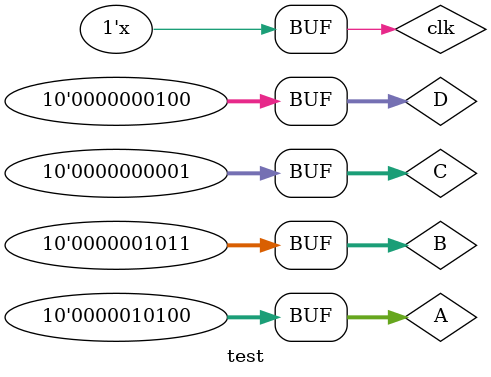
<source format=v>
module test;
parameter N=10 ;
wire [N-1 :0] F;
reg [N-1:0] A,B,C,D;
reg clk;

pipeline MYPIPR( F,A,B,C,D,clk);

initial clk=0;

always #10 clk=~clk;

initial
 begin
  #13 A=10 ;B=12 ;C=6; D=3 ;      
  #20 A=10; B=10 ;C=5; D=3 ;    
  #20 A=20; B=11; C=1 ;D=4;   
end

endmodule

</source>
